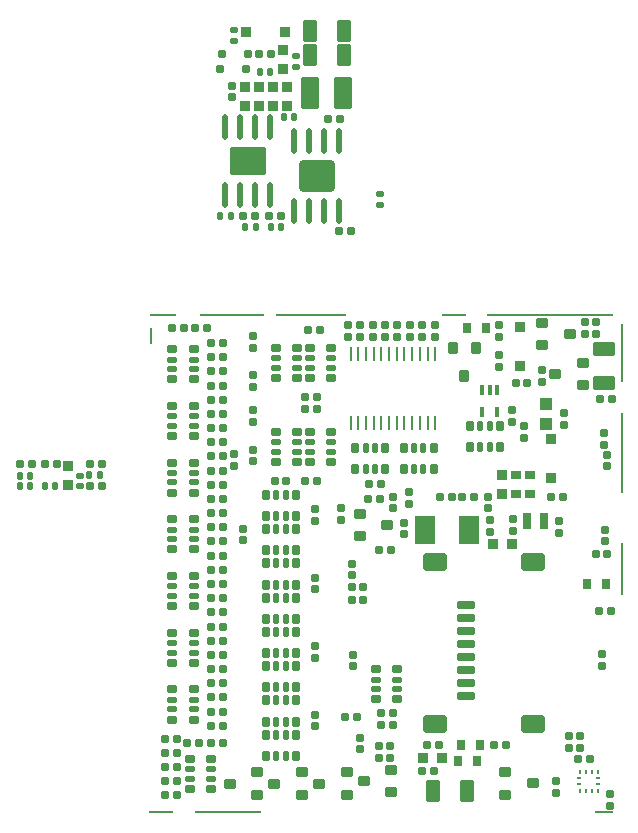
<source format=gbp>
G75*
G70*
%OFA0B0*%
%FSLAX25Y25*%
%IPPOS*%
%LPD*%
%AMOC8*
5,1,8,0,0,1.08239X$1,22.5*
%
%AMM145*
21,1,0.033470,0.026770,0.000000,-0.000000,90.000000*
21,1,0.026770,0.033470,0.000000,-0.000000,90.000000*
1,1,0.006690,0.013390,0.013390*
1,1,0.006690,0.013390,-0.013390*
1,1,0.006690,-0.013390,-0.013390*
1,1,0.006690,-0.013390,0.013390*
%
%AMM146*
21,1,0.035830,0.026770,0.000000,-0.000000,270.000000*
21,1,0.029130,0.033470,0.000000,-0.000000,270.000000*
1,1,0.006690,-0.013390,-0.014570*
1,1,0.006690,-0.013390,0.014570*
1,1,0.006690,0.013390,0.014570*
1,1,0.006690,0.013390,-0.014570*
%
%AMM147*
21,1,0.027560,0.030710,0.000000,-0.000000,270.000000*
21,1,0.022050,0.036220,0.000000,-0.000000,270.000000*
1,1,0.005510,-0.015350,-0.011020*
1,1,0.005510,-0.015350,0.011020*
1,1,0.005510,0.015350,0.011020*
1,1,0.005510,0.015350,-0.011020*
%
%AMM149*
21,1,0.033470,0.026770,0.000000,-0.000000,180.000000*
21,1,0.026770,0.033470,0.000000,-0.000000,180.000000*
1,1,0.006690,-0.013390,0.013390*
1,1,0.006690,0.013390,0.013390*
1,1,0.006690,0.013390,-0.013390*
1,1,0.006690,-0.013390,-0.013390*
%
%AMM2*
21,1,0.035830,0.026770,0.000000,0.000000,0.000000*
21,1,0.029130,0.033470,0.000000,0.000000,0.000000*
1,1,0.006690,0.014570,-0.013390*
1,1,0.006690,-0.014570,-0.013390*
1,1,0.006690,-0.014570,0.013390*
1,1,0.006690,0.014570,0.013390*
%
%AMM27*
21,1,0.070870,0.036220,0.000000,0.000000,90.000000*
21,1,0.061810,0.045280,0.000000,0.000000,90.000000*
1,1,0.009060,0.018110,0.030910*
1,1,0.009060,0.018110,-0.030910*
1,1,0.009060,-0.018110,-0.030910*
1,1,0.009060,-0.018110,0.030910*
%
%AMM273*
21,1,0.035430,0.030320,0.000000,-0.000000,0.000000*
21,1,0.028350,0.037400,0.000000,-0.000000,0.000000*
1,1,0.007090,0.014170,-0.015160*
1,1,0.007090,-0.014170,-0.015160*
1,1,0.007090,-0.014170,0.015160*
1,1,0.007090,0.014170,0.015160*
%
%AMM279*
21,1,0.027560,0.018900,0.000000,-0.000000,90.000000*
21,1,0.022840,0.023620,0.000000,-0.000000,90.000000*
1,1,0.004720,0.009450,0.011420*
1,1,0.004720,0.009450,-0.011420*
1,1,0.004720,-0.009450,-0.011420*
1,1,0.004720,-0.009450,0.011420*
%
%AMM282*
21,1,0.025590,0.026380,0.000000,-0.000000,0.000000*
21,1,0.020470,0.031500,0.000000,-0.000000,0.000000*
1,1,0.005120,0.010240,-0.013190*
1,1,0.005120,-0.010240,-0.013190*
1,1,0.005120,-0.010240,0.013190*
1,1,0.005120,0.010240,0.013190*
%
%AMM283*
21,1,0.017720,0.027950,0.000000,-0.000000,0.000000*
21,1,0.014170,0.031500,0.000000,-0.000000,0.000000*
1,1,0.003540,0.007090,-0.013980*
1,1,0.003540,-0.007090,-0.013980*
1,1,0.003540,-0.007090,0.013980*
1,1,0.003540,0.007090,0.013980*
%
%AMM285*
21,1,0.012600,0.028980,0.000000,-0.000000,0.000000*
21,1,0.010080,0.031500,0.000000,-0.000000,0.000000*
1,1,0.002520,0.005040,-0.014490*
1,1,0.002520,-0.005040,-0.014490*
1,1,0.002520,-0.005040,0.014490*
1,1,0.002520,0.005040,0.014490*
%
%AMM288*
21,1,0.027560,0.018900,0.000000,-0.000000,0.000000*
21,1,0.022840,0.023620,0.000000,-0.000000,0.000000*
1,1,0.004720,0.011420,-0.009450*
1,1,0.004720,-0.011420,-0.009450*
1,1,0.004720,-0.011420,0.009450*
1,1,0.004720,0.011420,0.009450*
%
%AMM30*
21,1,0.023620,0.018900,0.000000,0.000000,90.000000*
21,1,0.018900,0.023620,0.000000,0.000000,90.000000*
1,1,0.004720,0.009450,0.009450*
1,1,0.004720,0.009450,-0.009450*
1,1,0.004720,-0.009450,-0.009450*
1,1,0.004720,-0.009450,0.009450*
%
%AMM305*
21,1,0.035430,0.030320,0.000000,-0.000000,90.000000*
21,1,0.028350,0.037400,0.000000,-0.000000,90.000000*
1,1,0.007090,0.015160,0.014170*
1,1,0.007090,0.015160,-0.014170*
1,1,0.007090,-0.015160,-0.014170*
1,1,0.007090,-0.015160,0.014170*
%
%AMM306*
21,1,0.070870,0.036220,0.000000,-0.000000,270.000000*
21,1,0.061810,0.045280,0.000000,-0.000000,270.000000*
1,1,0.009060,-0.018110,-0.030910*
1,1,0.009060,-0.018110,0.030910*
1,1,0.009060,0.018110,0.030910*
1,1,0.009060,0.018110,-0.030910*
%
%AMM307*
21,1,0.059060,0.020470,0.000000,-0.000000,0.000000*
21,1,0.053940,0.025590,0.000000,-0.000000,0.000000*
1,1,0.005120,0.026970,-0.010240*
1,1,0.005120,-0.026970,-0.010240*
1,1,0.005120,-0.026970,0.010240*
1,1,0.005120,0.026970,0.010240*
%
%AMM308*
21,1,0.078740,0.045670,0.000000,-0.000000,0.000000*
21,1,0.067320,0.057090,0.000000,-0.000000,0.000000*
1,1,0.011420,0.033660,-0.022840*
1,1,0.011420,-0.033660,-0.022840*
1,1,0.011420,-0.033660,0.022840*
1,1,0.011420,0.033660,0.022840*
%
%AMM309*
21,1,0.025590,0.026380,0.000000,-0.000000,270.000000*
21,1,0.020470,0.031500,0.000000,-0.000000,270.000000*
1,1,0.005120,-0.013190,-0.010240*
1,1,0.005120,-0.013190,0.010240*
1,1,0.005120,0.013190,0.010240*
1,1,0.005120,0.013190,-0.010240*
%
%AMM31*
21,1,0.019680,0.019680,0.000000,0.000000,0.000000*
21,1,0.015750,0.023620,0.000000,0.000000,0.000000*
1,1,0.003940,0.007870,-0.009840*
1,1,0.003940,-0.007870,-0.009840*
1,1,0.003940,-0.007870,0.009840*
1,1,0.003940,0.007870,0.009840*
%
%AMM310*
21,1,0.017720,0.027950,0.000000,-0.000000,270.000000*
21,1,0.014170,0.031500,0.000000,-0.000000,270.000000*
1,1,0.003540,-0.013980,-0.007090*
1,1,0.003540,-0.013980,0.007090*
1,1,0.003540,0.013980,0.007090*
1,1,0.003540,0.013980,-0.007090*
%
%AMM311*
21,1,0.027560,0.030710,0.000000,-0.000000,0.000000*
21,1,0.022050,0.036220,0.000000,-0.000000,0.000000*
1,1,0.005510,0.011020,-0.015350*
1,1,0.005510,-0.011020,-0.015350*
1,1,0.005510,-0.011020,0.015350*
1,1,0.005510,0.011020,0.015350*
%
%AMM312*
21,1,0.027560,0.049610,0.000000,-0.000000,180.000000*
21,1,0.022050,0.055120,0.000000,-0.000000,180.000000*
1,1,0.005510,-0.011020,0.024800*
1,1,0.005510,0.011020,0.024800*
1,1,0.005510,0.011020,-0.024800*
1,1,0.005510,-0.011020,-0.024800*
%
%AMM313*
21,1,0.070870,0.036220,0.000000,-0.000000,0.000000*
21,1,0.061810,0.045280,0.000000,-0.000000,0.000000*
1,1,0.009060,0.030910,-0.018110*
1,1,0.009060,-0.030910,-0.018110*
1,1,0.009060,-0.030910,0.018110*
1,1,0.009060,0.030910,0.018110*
%
%AMM32*
21,1,0.019680,0.019680,0.000000,0.000000,270.000000*
21,1,0.015750,0.023620,0.000000,0.000000,270.000000*
1,1,0.003940,-0.009840,-0.007870*
1,1,0.003940,-0.009840,0.007870*
1,1,0.003940,0.009840,0.007870*
1,1,0.003940,0.009840,-0.007870*
%
%AMM45*
21,1,0.106300,0.050390,0.000000,0.000000,90.000000*
21,1,0.093700,0.062990,0.000000,0.000000,90.000000*
1,1,0.012600,0.025200,0.046850*
1,1,0.012600,0.025200,-0.046850*
1,1,0.012600,-0.025200,-0.046850*
1,1,0.012600,-0.025200,0.046850*
%
%AMM46*
21,1,0.023620,0.018900,0.000000,0.000000,180.000000*
21,1,0.018900,0.023620,0.000000,0.000000,180.000000*
1,1,0.004720,-0.009450,0.009450*
1,1,0.004720,0.009450,0.009450*
1,1,0.004720,0.009450,-0.009450*
1,1,0.004720,-0.009450,-0.009450*
%
%AMM47*
21,1,0.122050,0.075590,0.000000,0.000000,180.000000*
21,1,0.103150,0.094490,0.000000,0.000000,180.000000*
1,1,0.018900,-0.051580,0.037800*
1,1,0.018900,0.051580,0.037800*
1,1,0.018900,0.051580,-0.037800*
1,1,0.018900,-0.051580,-0.037800*
%
%AMM48*
21,1,0.118110,0.083460,0.000000,0.000000,0.000000*
21,1,0.097240,0.104330,0.000000,0.000000,0.000000*
1,1,0.020870,0.048620,-0.041730*
1,1,0.020870,-0.048620,-0.041730*
1,1,0.020870,-0.048620,0.041730*
1,1,0.020870,0.048620,0.041730*
%
%AMM5*
21,1,0.033470,0.026770,0.000000,0.000000,270.000000*
21,1,0.026770,0.033470,0.000000,0.000000,270.000000*
1,1,0.006690,-0.013390,-0.013390*
1,1,0.006690,-0.013390,0.013390*
1,1,0.006690,0.013390,0.013390*
1,1,0.006690,0.013390,-0.013390*
%
%ADD102M30*%
%ADD103M31*%
%ADD104M32*%
%ADD121M45*%
%ADD122M46*%
%ADD123O,0.01968X0.08661*%
%ADD124M47*%
%ADD125M48*%
%ADD17R,0.09055X0.00787*%
%ADD18R,0.42126X0.00787*%
%ADD19R,0.08268X0.00787*%
%ADD20R,0.23622X0.00787*%
%ADD21R,0.21260X0.00787*%
%ADD210R,0.00984X0.01378*%
%ADD211R,0.01378X0.00984*%
%ADD22R,0.00787X0.05512*%
%ADD23R,0.00787X0.19685*%
%ADD24R,0.00787X0.26772*%
%ADD25R,0.00787X0.17717*%
%ADD26R,0.06299X0.00787*%
%ADD27R,0.22441X0.00787*%
%ADD277M145*%
%ADD278M146*%
%ADD279M147*%
%ADD28R,0.07874X0.00787*%
%ADD281M149*%
%ADD332R,0.04331X0.03937*%
%ADD336R,0.06693X0.09449*%
%ADD342O,0.00984X0.04961*%
%ADD414M273*%
%ADD420M279*%
%ADD423M282*%
%ADD424M283*%
%ADD426M285*%
%ADD429M288*%
%ADD446M305*%
%ADD447M306*%
%ADD448M307*%
%ADD449M308*%
%ADD450M309*%
%ADD451M310*%
%ADD452M311*%
%ADD453M312*%
%ADD454M313*%
%ADD66M2*%
%ADD69M5*%
%ADD99M27*%
X0000000Y0000000D02*
%LPD*%
G01*
D17*
X0186319Y0240256D03*
D18*
X0315453Y0240256D03*
D19*
X0283169Y0240256D03*
D20*
X0235728Y0240256D03*
D21*
X0209350Y0240256D03*
D22*
X0182185Y0233169D03*
D23*
X0339272Y0227657D03*
D24*
X0339272Y0194193D03*
D25*
X0339272Y0155413D03*
D26*
X0333366Y0074508D03*
D27*
X0207972Y0074508D03*
D28*
X0185728Y0074508D03*
X0197028Y0257972D02*
G01*
G75*
D66*
X0226943Y0334350D02*
D03*
X0213951Y0334350D02*
D03*
D99*
X0246803Y0334744D02*
D03*
X0235386Y0334744D02*
D03*
X0246803Y0326712D02*
D03*
X0235386Y0326712D02*
D03*
D102*
X0209430Y0312696D02*
D03*
X0209430Y0316633D02*
D03*
X0206083Y0327263D02*
D03*
X0214745Y0327263D02*
D03*
X0205296Y0322015D02*
D03*
X0213957Y0322015D02*
D03*
D103*
X0217183Y0269389D02*
D03*
X0213639Y0269389D02*
D03*
X0226574Y0306122D02*
D03*
X0230118Y0306122D02*
D03*
X0218577Y0321227D02*
D03*
X0222120Y0321227D02*
D03*
X0225801Y0269389D02*
D03*
X0222258Y0269389D02*
D03*
X0205296Y0273326D02*
D03*
X0208839Y0273326D02*
D03*
D104*
X0230781Y0322802D02*
D03*
X0230781Y0326346D02*
D03*
X0210014Y0335204D02*
D03*
X0210014Y0331660D02*
D03*
X0258778Y0276887D02*
D03*
X0258778Y0280431D02*
D03*
D121*
X0246241Y0314271D02*
D03*
X0235217Y0314271D02*
D03*
D69*
X0213563Y0309948D02*
D03*
X0213563Y0316168D02*
D03*
X0227657Y0309948D02*
D03*
X0227657Y0316168D02*
D03*
X0222966Y0309948D02*
D03*
X0222966Y0316168D02*
D03*
X0218274Y0309948D02*
D03*
X0218274Y0316168D02*
D03*
X0226476Y0322192D02*
D03*
X0226476Y0328413D02*
D03*
D122*
X0216986Y0273326D02*
D03*
X0213049Y0273326D02*
D03*
X0221667Y0273326D02*
D03*
X0225604Y0273326D02*
D03*
X0218380Y0327263D02*
D03*
X0222317Y0327263D02*
D03*
X0241313Y0305649D02*
D03*
X0245250Y0305649D02*
D03*
X0249089Y0268208D02*
D03*
X0245151Y0268208D02*
D03*
D123*
X0222100Y0280086D02*
D03*
X0217100Y0280086D02*
D03*
X0212100Y0280086D02*
D03*
X0207100Y0280086D02*
D03*
X0222100Y0302723D02*
D03*
X0217100Y0302723D02*
D03*
X0212100Y0302723D02*
D03*
X0207100Y0302723D02*
D03*
X0245167Y0274803D02*
D03*
X0240167Y0274803D02*
D03*
X0235167Y0274803D02*
D03*
X0230167Y0274803D02*
D03*
X0245167Y0298228D02*
D03*
X0240167Y0298228D02*
D03*
X0235167Y0298228D02*
D03*
X0230167Y0298228D02*
D03*
D124*
X0214600Y0291404D02*
D03*
D125*
X0237667Y0286515D02*
D03*
X0181791Y0240650D02*
G01*
G75*
D21*
X0209350Y0240256D02*
D03*
D17*
X0186319Y0240256D02*
D03*
D20*
X0235728Y0240256D02*
D03*
D28*
X0185728Y0074508D02*
D03*
D19*
X0283169Y0240256D02*
D03*
D18*
X0315452Y0240256D02*
D03*
D23*
X0339271Y0227658D02*
D03*
D24*
X0339271Y0194193D02*
D03*
D25*
X0339271Y0155414D02*
D03*
D27*
X0207972Y0074508D02*
D03*
D26*
X0333366Y0074508D02*
D03*
D22*
X0182185Y0233170D02*
D03*
D414*
X0283033Y0229035D02*
D03*
X0286773Y0219783D02*
D03*
D414*
X0290514Y0229035D02*
D03*
D420*
X0233759Y0208957D02*
D03*
X0237696Y0208957D02*
D03*
X0276673Y0088288D02*
D03*
X0272736Y0088288D02*
D03*
X0335925Y0212008D02*
D03*
X0331988Y0212008D02*
D03*
X0258563Y0178825D02*
D03*
X0254626Y0178825D02*
D03*
X0258491Y0161920D02*
D03*
X0262428Y0161920D02*
D03*
X0255019Y0183957D02*
D03*
X0258956Y0183957D02*
D03*
X0238607Y0235151D02*
D03*
X0234670Y0235151D02*
D03*
X0307775Y0217422D02*
D03*
X0303838Y0217422D02*
D03*
X0326870Y0237894D02*
D03*
X0330807Y0237894D02*
D03*
X0251082Y0106004D02*
D03*
X0247145Y0106004D02*
D03*
X0315649Y0179626D02*
D03*
X0319586Y0179626D02*
D03*
X0249212Y0149409D02*
D03*
X0253149Y0149409D02*
D03*
X0330512Y0160434D02*
D03*
X0334448Y0160434D02*
D03*
X0262893Y0107579D02*
D03*
X0258956Y0107579D02*
D03*
X0262893Y0103642D02*
D03*
X0258956Y0103642D02*
D03*
X0326870Y0233760D02*
D03*
X0330807Y0233760D02*
D03*
X0278248Y0096752D02*
D03*
X0274311Y0096752D02*
D03*
X0300689Y0096949D02*
D03*
X0296752Y0096949D02*
D03*
X0249212Y0145079D02*
D03*
X0253149Y0145079D02*
D03*
X0335728Y0141437D02*
D03*
X0331791Y0141437D02*
D03*
X0286122Y0179626D02*
D03*
X0290059Y0179626D02*
D03*
X0282578Y0179626D02*
D03*
X0278641Y0179626D02*
D03*
X0206200Y0193012D02*
D03*
X0202263Y0193012D02*
D03*
X0206200Y0188288D02*
D03*
X0202263Y0188288D02*
D03*
X0206200Y0183563D02*
D03*
X0202263Y0183563D02*
D03*
X0206200Y0178839D02*
D03*
X0202263Y0178839D02*
D03*
X0186909Y0094193D02*
D03*
X0190846Y0094193D02*
D03*
X0190846Y0089469D02*
D03*
X0186909Y0089469D02*
D03*
X0186909Y0084745D02*
D03*
X0190846Y0084745D02*
D03*
X0186909Y0080020D02*
D03*
X0190846Y0080020D02*
D03*
X0233759Y0212894D02*
D03*
X0237696Y0212894D02*
D03*
X0233759Y0184941D02*
D03*
X0237696Y0184941D02*
D03*
X0206200Y0216634D02*
D03*
X0202263Y0216634D02*
D03*
X0206200Y0221358D02*
D03*
X0202263Y0221358D02*
D03*
X0206200Y0226083D02*
D03*
X0202263Y0226083D02*
D03*
X0206200Y0230807D02*
D03*
X0202263Y0230807D02*
D03*
X0206200Y0197736D02*
D03*
X0202263Y0197736D02*
D03*
X0206200Y0202461D02*
D03*
X0202263Y0202461D02*
D03*
X0206200Y0207185D02*
D03*
X0202263Y0207185D02*
D03*
X0206200Y0211910D02*
D03*
X0202263Y0211910D02*
D03*
X0206200Y0159941D02*
D03*
X0202263Y0159941D02*
D03*
X0206200Y0164665D02*
D03*
X0202263Y0164665D02*
D03*
X0206200Y0169390D02*
D03*
X0202263Y0169390D02*
D03*
X0206200Y0174114D02*
D03*
X0202263Y0174114D02*
D03*
X0202263Y0141043D02*
D03*
X0206200Y0141043D02*
D03*
X0206200Y0145768D02*
D03*
X0202263Y0145768D02*
D03*
X0206200Y0150492D02*
D03*
X0202263Y0150492D02*
D03*
X0206200Y0155217D02*
D03*
X0202263Y0155217D02*
D03*
X0206200Y0122146D02*
D03*
X0202263Y0122146D02*
D03*
X0206200Y0126870D02*
D03*
X0202263Y0126870D02*
D03*
X0206200Y0131595D02*
D03*
X0202263Y0131595D02*
D03*
X0206200Y0136319D02*
D03*
X0202263Y0136319D02*
D03*
X0206200Y0107973D02*
D03*
X0202263Y0107973D02*
D03*
X0206200Y0112697D02*
D03*
X0202263Y0112697D02*
D03*
X0206200Y0117422D02*
D03*
X0202263Y0117422D02*
D03*
X0196948Y0235926D02*
D03*
X0200885Y0235926D02*
D03*
X0190846Y0098917D02*
D03*
X0186909Y0098917D02*
D03*
X0223523Y0184941D02*
D03*
X0227460Y0184941D02*
D03*
X0202263Y0097343D02*
D03*
X0206200Y0097343D02*
D03*
X0189271Y0235926D02*
D03*
X0193208Y0235926D02*
D03*
X0198326Y0097343D02*
D03*
X0194389Y0097343D02*
D03*
X0328641Y0092225D02*
D03*
X0324704Y0092225D02*
D03*
X0206200Y0103248D02*
D03*
X0202263Y0103248D02*
D03*
D423*
X0298622Y0203248D02*
D03*
X0298622Y0196162D02*
D03*
X0288582Y0196162D02*
D03*
X0288582Y0203248D02*
D03*
X0250393Y0188681D02*
D03*
X0250393Y0195768D02*
D03*
X0260433Y0195768D02*
D03*
X0260433Y0188681D02*
D03*
X0266535Y0188681D02*
D03*
X0266535Y0195768D02*
D03*
X0276575Y0195768D02*
D03*
X0276575Y0188681D02*
D03*
X0230708Y0093209D02*
D03*
X0230708Y0100296D02*
D03*
X0220669Y0100296D02*
D03*
X0220669Y0093209D02*
D03*
X0220669Y0111713D02*
D03*
X0220669Y0104626D02*
D03*
X0230708Y0104626D02*
D03*
X0230708Y0111713D02*
D03*
X0230708Y0161713D02*
D03*
X0230708Y0168799D02*
D03*
X0220669Y0168799D02*
D03*
X0220669Y0161713D02*
D03*
X0220669Y0180217D02*
D03*
X0220669Y0173130D02*
D03*
X0230708Y0173130D02*
D03*
X0230708Y0180217D02*
D03*
X0230708Y0138878D02*
D03*
X0230708Y0145965D02*
D03*
X0220669Y0145965D02*
D03*
X0220669Y0138878D02*
D03*
X0220669Y0157382D02*
D03*
X0220669Y0150295D02*
D03*
X0230708Y0150295D02*
D03*
X0230708Y0157382D02*
D03*
X0230708Y0116043D02*
D03*
X0230708Y0123130D02*
D03*
X0220669Y0123130D02*
D03*
X0220669Y0116043D02*
D03*
X0220669Y0134547D02*
D03*
X0220669Y0127461D02*
D03*
X0230708Y0127461D02*
D03*
X0230708Y0134547D02*
D03*
D424*
X0292027Y0196162D02*
D03*
X0295177Y0196162D02*
D03*
X0295177Y0203248D02*
D03*
X0292027Y0203248D02*
D03*
X0256988Y0195768D02*
D03*
X0253838Y0195768D02*
D03*
X0253838Y0188681D02*
D03*
X0256988Y0188681D02*
D03*
X0273130Y0195768D02*
D03*
X0269980Y0195768D02*
D03*
X0269980Y0188681D02*
D03*
X0273130Y0188681D02*
D03*
X0227263Y0093209D02*
D03*
X0224114Y0093209D02*
D03*
X0224114Y0100296D02*
D03*
X0227263Y0100296D02*
D03*
X0224114Y0111713D02*
D03*
X0227263Y0111713D02*
D03*
X0227263Y0104626D02*
D03*
X0224114Y0104626D02*
D03*
X0227263Y0161713D02*
D03*
X0224114Y0161713D02*
D03*
X0224114Y0168799D02*
D03*
X0227263Y0168799D02*
D03*
X0224114Y0180217D02*
D03*
X0227263Y0180217D02*
D03*
X0227263Y0173130D02*
D03*
X0224114Y0173130D02*
D03*
X0227263Y0138878D02*
D03*
X0224114Y0138878D02*
D03*
X0224114Y0145965D02*
D03*
X0227263Y0145965D02*
D03*
X0224114Y0157382D02*
D03*
X0227263Y0157382D02*
D03*
X0227263Y0150295D02*
D03*
X0224114Y0150295D02*
D03*
X0227263Y0116043D02*
D03*
X0224114Y0116043D02*
D03*
X0224114Y0123130D02*
D03*
X0227263Y0123130D02*
D03*
X0224114Y0134547D02*
D03*
X0227263Y0134547D02*
D03*
X0227263Y0127461D02*
D03*
X0224114Y0127461D02*
D03*
D426*
X0292618Y0215256D02*
D03*
X0295177Y0215256D02*
D03*
X0297736Y0215256D02*
D03*
X0297736Y0207776D02*
D03*
X0292618Y0207776D02*
D03*
D429*
X0333169Y0196949D02*
D03*
X0333169Y0200886D02*
D03*
X0317421Y0080807D02*
D03*
X0317421Y0084745D02*
D03*
X0312600Y0221907D02*
D03*
X0312600Y0217970D02*
D03*
X0306594Y0199311D02*
D03*
X0306594Y0203248D02*
D03*
X0302657Y0208367D02*
D03*
X0302657Y0204430D02*
D03*
X0251870Y0099311D02*
D03*
X0251870Y0095374D02*
D03*
X0333760Y0168603D02*
D03*
X0333760Y0164666D02*
D03*
X0321555Y0099902D02*
D03*
X0321555Y0095965D02*
D03*
X0332578Y0127264D02*
D03*
X0332578Y0123327D02*
D03*
X0245769Y0171740D02*
D03*
X0245769Y0175677D02*
D03*
X0268405Y0181004D02*
D03*
X0268405Y0177067D02*
D03*
X0266830Y0170965D02*
D03*
X0266830Y0167028D02*
D03*
X0295177Y0171752D02*
D03*
X0295177Y0167815D02*
D03*
X0335334Y0076477D02*
D03*
X0335334Y0080414D02*
D03*
X0334350Y0189666D02*
D03*
X0334350Y0193603D02*
D03*
X0319980Y0207579D02*
D03*
X0319980Y0203642D02*
D03*
X0258169Y0096555D02*
D03*
X0258169Y0092618D02*
D03*
X0262106Y0096555D02*
D03*
X0262106Y0092618D02*
D03*
X0325492Y0095965D02*
D03*
X0325492Y0099902D02*
D03*
X0249606Y0123032D02*
D03*
X0249606Y0126969D02*
D03*
X0294783Y0179626D02*
D03*
X0294783Y0175689D02*
D03*
X0263090Y0179626D02*
D03*
X0263090Y0175689D02*
D03*
X0318405Y0171359D02*
D03*
X0318405Y0167422D02*
D03*
X0303051Y0172146D02*
D03*
X0303051Y0168209D02*
D03*
X0249212Y0157284D02*
D03*
X0249212Y0153347D02*
D03*
X0236909Y0103051D02*
D03*
X0236909Y0106988D02*
D03*
X0236909Y0171555D02*
D03*
X0236909Y0175492D02*
D03*
X0236909Y0148721D02*
D03*
X0236909Y0152658D02*
D03*
X0236909Y0125886D02*
D03*
X0236909Y0129823D02*
D03*
X0212893Y0165059D02*
D03*
X0212893Y0168996D02*
D03*
X0216437Y0220111D02*
D03*
X0216437Y0216174D02*
D03*
X0216437Y0229300D02*
D03*
X0216437Y0233237D02*
D03*
X0216437Y0195307D02*
D03*
X0216437Y0191370D02*
D03*
X0216437Y0204496D02*
D03*
X0216437Y0208433D02*
D03*
X0298326Y0232776D02*
D03*
X0298326Y0236713D02*
D03*
X0298326Y0226870D02*
D03*
X0298326Y0222933D02*
D03*
X0210137Y0189862D02*
D03*
X0210137Y0193799D02*
D03*
X0247933Y0236713D02*
D03*
X0247933Y0232776D02*
D03*
X0260334Y0236713D02*
D03*
X0260334Y0232776D02*
D03*
X0264468Y0236713D02*
D03*
X0264468Y0232776D02*
D03*
X0272736Y0236713D02*
D03*
X0272736Y0232776D02*
D03*
X0268602Y0236713D02*
D03*
X0268602Y0232776D02*
D03*
X0276870Y0236713D02*
D03*
X0276870Y0232776D02*
D03*
X0256201Y0236713D02*
D03*
X0256201Y0232776D02*
D03*
X0252067Y0236713D02*
D03*
X0252067Y0232776D02*
D03*
D277*
X0299311Y0186673D02*
D03*
X0299311Y0180453D02*
D03*
D446*
X0309662Y0084070D02*
D03*
X0300410Y0080330D02*
D03*
X0251911Y0166499D02*
D03*
X0261163Y0170239D02*
D03*
X0312775Y0230020D02*
D03*
X0322027Y0233760D02*
D03*
X0326200Y0224311D02*
D03*
X0316949Y0220571D02*
D03*
X0217815Y0087697D02*
D03*
X0208563Y0083957D02*
D03*
X0223458Y0083957D02*
D03*
X0232710Y0087697D02*
D03*
X0247605Y0087697D02*
D03*
X0238353Y0083957D02*
D03*
X0262500Y0088484D02*
D03*
X0253248Y0084744D02*
D03*
D446*
X0300410Y0087810D02*
D03*
X0251911Y0173979D02*
D03*
X0312775Y0237500D02*
D03*
X0326201Y0216831D02*
D03*
X0217815Y0080217D02*
D03*
X0232710Y0080217D02*
D03*
X0247605Y0080217D02*
D03*
X0262500Y0081004D02*
D03*
D278*
X0305413Y0236319D02*
D03*
X0305413Y0223327D02*
D03*
X0315649Y0198918D02*
D03*
X0315649Y0185925D02*
D03*
D332*
X0314074Y0203839D02*
D03*
X0314074Y0210532D02*
D03*
D447*
X0276279Y0081595D02*
D03*
X0287696Y0081595D02*
D03*
D448*
X0287315Y0143524D02*
D03*
X0287315Y0139193D02*
D03*
X0287315Y0134862D02*
D03*
X0287315Y0130532D02*
D03*
X0287315Y0126201D02*
D03*
X0287315Y0121870D02*
D03*
X0287315Y0117539D02*
D03*
X0287315Y0113209D02*
D03*
D449*
X0277079Y0103839D02*
D03*
X0309756Y0103839D02*
D03*
X0309756Y0157972D02*
D03*
X0277079Y0157972D02*
D03*
D336*
X0288287Y0168602D02*
D03*
X0273720Y0168602D02*
D03*
D450*
X0264468Y0122047D02*
D03*
X0257382Y0122047D02*
D03*
X0257382Y0112008D02*
D03*
X0264468Y0112008D02*
D03*
X0189468Y0190945D02*
D03*
X0196555Y0190945D02*
D03*
X0196555Y0180906D02*
D03*
X0189468Y0180906D02*
D03*
X0223917Y0219095D02*
D03*
X0231004Y0219095D02*
D03*
X0231004Y0229134D02*
D03*
X0223917Y0229134D02*
D03*
X0242421Y0229134D02*
D03*
X0235334Y0229134D02*
D03*
X0235334Y0219095D02*
D03*
X0242421Y0219095D02*
D03*
X0223917Y0191142D02*
D03*
X0231004Y0191142D02*
D03*
X0231004Y0201181D02*
D03*
X0223917Y0201181D02*
D03*
X0242421Y0201181D02*
D03*
X0235334Y0201181D02*
D03*
X0235334Y0191142D02*
D03*
X0242421Y0191142D02*
D03*
X0189468Y0228740D02*
D03*
X0196555Y0228740D02*
D03*
X0196555Y0218701D02*
D03*
X0189468Y0218701D02*
D03*
X0189468Y0209843D02*
D03*
X0196555Y0209843D02*
D03*
X0196555Y0199804D02*
D03*
X0189468Y0199804D02*
D03*
X0189468Y0172048D02*
D03*
X0196555Y0172048D02*
D03*
X0196555Y0162008D02*
D03*
X0189468Y0162008D02*
D03*
X0189468Y0153150D02*
D03*
X0196555Y0153150D02*
D03*
X0196555Y0143110D02*
D03*
X0189468Y0143110D02*
D03*
X0189468Y0134252D02*
D03*
X0196555Y0134252D02*
D03*
X0196555Y0124213D02*
D03*
X0189468Y0124213D02*
D03*
X0189468Y0115355D02*
D03*
X0196555Y0115355D02*
D03*
X0196555Y0105315D02*
D03*
X0189468Y0105315D02*
D03*
X0195177Y0082087D02*
D03*
X0202263Y0082087D02*
D03*
X0202263Y0092126D02*
D03*
X0195177Y0092126D02*
D03*
D451*
X0264468Y0118603D02*
D03*
X0264468Y0115453D02*
D03*
X0257382Y0115453D02*
D03*
X0257382Y0118603D02*
D03*
X0196555Y0184351D02*
D03*
X0196555Y0187500D02*
D03*
X0189468Y0187500D02*
D03*
X0189468Y0184351D02*
D03*
X0223917Y0222540D02*
D03*
X0223917Y0225689D02*
D03*
X0231004Y0225689D02*
D03*
X0231004Y0222540D02*
D03*
X0242421Y0225689D02*
D03*
X0242421Y0222540D02*
D03*
X0235334Y0222540D02*
D03*
X0235334Y0225689D02*
D03*
X0223917Y0194587D02*
D03*
X0223917Y0197737D02*
D03*
X0231004Y0197737D02*
D03*
X0231004Y0194587D02*
D03*
X0242421Y0197736D02*
D03*
X0242421Y0194587D02*
D03*
X0235334Y0194587D02*
D03*
X0235334Y0197736D02*
D03*
X0196555Y0222146D02*
D03*
X0196555Y0225295D02*
D03*
X0189468Y0225295D02*
D03*
X0189468Y0222146D02*
D03*
X0196555Y0203248D02*
D03*
X0196555Y0206398D02*
D03*
X0189468Y0206398D02*
D03*
X0189468Y0203248D02*
D03*
X0196555Y0165453D02*
D03*
X0196555Y0168603D02*
D03*
X0189468Y0168603D02*
D03*
X0189468Y0165453D02*
D03*
X0196555Y0146555D02*
D03*
X0196555Y0149705D02*
D03*
X0189468Y0149705D02*
D03*
X0189468Y0146555D02*
D03*
X0196555Y0127658D02*
D03*
X0196555Y0130807D02*
D03*
X0189468Y0130807D02*
D03*
X0189468Y0127658D02*
D03*
X0196555Y0108760D02*
D03*
X0196555Y0111910D02*
D03*
X0189468Y0111910D02*
D03*
X0189468Y0108760D02*
D03*
X0195177Y0085532D02*
D03*
X0195177Y0088681D02*
D03*
X0202263Y0088681D02*
D03*
X0202263Y0085532D02*
D03*
D452*
X0292027Y0096949D02*
D03*
X0285728Y0096949D02*
D03*
X0327756Y0150591D02*
D03*
X0334055Y0150591D02*
D03*
X0293996Y0235925D02*
D03*
X0287696Y0235925D02*
D03*
X0284547Y0091437D02*
D03*
X0290846Y0091437D02*
D03*
D453*
X0313484Y0171359D02*
D03*
X0307578Y0171359D02*
D03*
D279*
X0308563Y0180413D02*
D03*
X0308563Y0186713D02*
D03*
X0303937Y0180413D02*
D03*
X0303937Y0186713D02*
D03*
D454*
X0333169Y0228839D02*
D03*
X0333169Y0217422D02*
D03*
D281*
X0272972Y0092422D02*
D03*
X0279193Y0092422D02*
D03*
X0302618Y0163878D02*
D03*
X0296397Y0163878D02*
D03*
D342*
X0248917Y0227028D02*
D03*
X0251476Y0227028D02*
D03*
X0254035Y0227028D02*
D03*
X0256594Y0227028D02*
D03*
X0259153Y0227028D02*
D03*
X0261712Y0227028D02*
D03*
X0264271Y0227028D02*
D03*
X0266830Y0227028D02*
D03*
X0269389Y0227028D02*
D03*
X0271949Y0227028D02*
D03*
X0274507Y0227028D02*
D03*
X0277067Y0227028D02*
D03*
X0248917Y0204035D02*
D03*
X0251476Y0204035D02*
D03*
X0254035Y0204035D02*
D03*
X0256594Y0204035D02*
D03*
X0259153Y0204035D02*
D03*
X0261712Y0204035D02*
D03*
X0264271Y0204035D02*
D03*
X0266830Y0204035D02*
D03*
X0269389Y0204035D02*
D03*
X0271949Y0204035D02*
D03*
X0274507Y0204035D02*
D03*
X0277067Y0204035D02*
D03*
D211*
X0325098Y0083760D02*
D03*
X0325098Y0085728D02*
D03*
X0331397Y0085728D02*
D03*
X0331397Y0083760D02*
D03*
D210*
X0325295Y0087894D02*
D03*
X0327264Y0087894D02*
D03*
X0329232Y0087894D02*
D03*
X0331200Y0087894D02*
D03*
X0325295Y0081594D02*
D03*
X0331200Y0081594D02*
D03*
X0327264Y0081594D02*
D03*
X0329232Y0081594D02*
D03*
X0113484Y0138681D02*
%LPD*%
G01*
X0134055Y0180315D02*
G01*
G75*
D122*
X0162008Y0190551D02*
D03*
X0165945Y0190551D02*
D03*
X0150885Y0190551D02*
D03*
X0146948Y0190551D02*
D03*
X0142519Y0190551D02*
D03*
X0138582Y0190551D02*
D03*
X0162008Y0183268D02*
D03*
X0165945Y0183268D02*
D03*
D104*
X0158623Y0183071D02*
D03*
X0158623Y0186614D02*
D03*
D69*
X0154738Y0189784D02*
D03*
X0154738Y0183563D02*
D03*
D103*
X0142126Y0186614D02*
D03*
X0138583Y0186614D02*
D03*
X0150492Y0183071D02*
D03*
X0146949Y0183071D02*
D03*
X0165354Y0186672D02*
D03*
X0161811Y0186672D02*
D03*
X0138583Y0183071D02*
D03*
X0142126Y0183071D02*
D03*
M02*

</source>
